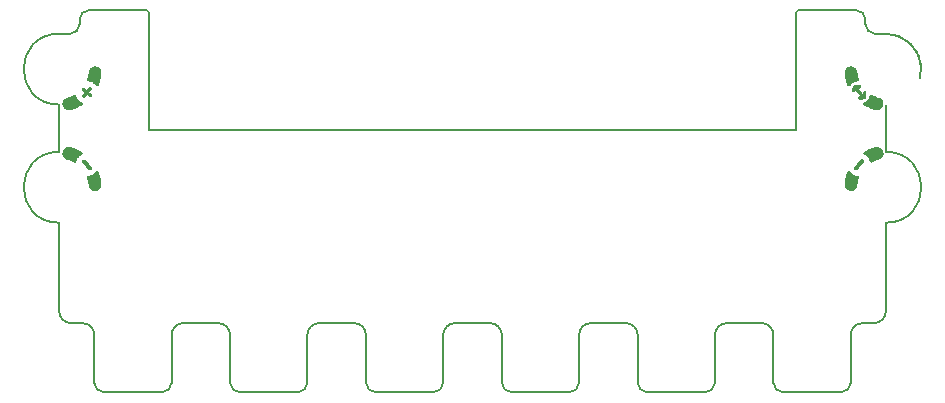
<source format=gto>
%TF.GenerationSoftware,KiCad,Pcbnew,9.0.5*%
%TF.CreationDate,2025-10-03T12:11:24+01:00*%
%TF.ProjectId,mm_jacdaptor,6d6d5f6a-6163-4646-9170-746f722e6b69,v0.4*%
%TF.SameCoordinates,PX8d24d00PY37ca3a0*%
%TF.FileFunction,Legend,Top*%
%TF.FilePolarity,Positive*%
%FSLAX45Y45*%
G04 Gerber Fmt 4.5, Leading zero omitted, Abs format (unit mm)*
G04 Created by KiCad (PCBNEW 9.0.5) date 2025-10-03 12:11:24*
%MOMM*%
%LPD*%
G01*
G04 APERTURE LIST*
%ADD10C,0.200000*%
%ADD11C,0.010000*%
G04 APERTURE END LIST*
D10*
X3500000Y-950000D02*
G75*
G02*
X3400000Y-1050000I-100000J0D01*
G01*
X-1398000Y-1150000D02*
X-1398000Y-1555000D01*
X-3500000Y-200000D02*
G75*
G02*
X-3500000Y400000I0J300000D01*
G01*
X2755000Y1600000D02*
X3247000Y1600000D01*
X-2628000Y-1635000D02*
X-3122000Y-1635000D01*
X-2735000Y1580000D02*
X-2735000Y585000D01*
X-1002000Y-1050000D02*
G75*
G02*
X-902000Y-1150000I0J-100000D01*
G01*
X-2735000Y585000D02*
X2735000Y585000D01*
X3577646Y1389778D02*
G75*
G02*
X3789778Y1022354I-77646J-289778D01*
G01*
X3500000Y400000D02*
G75*
G02*
X3500000Y-200000I0J-300000D01*
G01*
X3500000Y1400000D02*
X3407000Y1400000D01*
X3122000Y-1635000D02*
X2628000Y-1635000D01*
X3407000Y1400000D02*
G75*
G02*
X3327000Y1480000I0J80000D01*
G01*
X902000Y-1555000D02*
G75*
G02*
X822000Y-1635000I-80000J0D01*
G01*
X-3500000Y800000D02*
G75*
G02*
X-3500000Y1400000I0J300000D01*
G01*
X2628000Y-1635000D02*
G75*
G02*
X2548000Y-1555000I0J80000D01*
G01*
X-3302000Y-1050000D02*
G75*
G02*
X-3202000Y-1150000I0J-100000D01*
G01*
X-2548000Y-1555000D02*
G75*
G02*
X-2628000Y-1635000I-80000J0D01*
G01*
X2448000Y-1050000D02*
X2152000Y-1050000D01*
X822000Y-1635000D02*
X328000Y-1635000D01*
X2052000Y-1150000D02*
X2052000Y-1555000D01*
X-1398000Y-1150000D02*
G75*
G02*
X-1298000Y-1050000I100000J0D01*
G01*
X3327000Y1480000D02*
X3327000Y1520000D01*
X-248000Y-1150000D02*
X-248000Y-1555000D01*
X-2152000Y-1050000D02*
G75*
G02*
X-2052000Y-1150000I0J-100000D01*
G01*
X2052000Y-1150000D02*
G75*
G02*
X2152000Y-1050000I100000J0D01*
G01*
X148000Y-1050000D02*
X-148000Y-1050000D01*
X2052000Y-1555000D02*
G75*
G02*
X1972000Y-1635000I-80000J0D01*
G01*
X1398000Y-1150000D02*
X1398000Y-1555000D01*
X-3122000Y-1635000D02*
G75*
G02*
X-3202000Y-1555000I0J80000D01*
G01*
X-248000Y-1150000D02*
G75*
G02*
X-148000Y-1050000I100000J0D01*
G01*
X-3327000Y1520000D02*
G75*
G02*
X-3247000Y1600000I80000J0D01*
G01*
X-1972000Y-1635000D02*
G75*
G02*
X-2052000Y-1555000I0J80000D01*
G01*
X-822000Y-1635000D02*
G75*
G02*
X-902000Y-1555000I0J80000D01*
G01*
X1298000Y-1050000D02*
G75*
G02*
X1398000Y-1150000I0J-100000D01*
G01*
X-2052000Y-1150000D02*
X-2052000Y-1555000D01*
X3500000Y1400000D02*
G75*
G02*
X3800000Y1100000I0J-300000D01*
G01*
X-2548000Y-1150000D02*
G75*
G02*
X-2448000Y-1050000I100000J0D01*
G01*
X-2755000Y1600000D02*
G75*
G02*
X-2735000Y1580000I0J-20000D01*
G01*
X-2548000Y-1150000D02*
X-2548000Y-1555000D01*
X3247000Y1600000D02*
G75*
G02*
X3327000Y1520000I0J-80000D01*
G01*
X2448000Y-1050000D02*
G75*
G02*
X2548000Y-1150000I0J-100000D01*
G01*
X-3400000Y-1050000D02*
G75*
G02*
X-3500000Y-950000I0J100000D01*
G01*
X248000Y-1150000D02*
X248000Y-1555000D01*
X1298000Y-1050000D02*
X1002000Y-1050000D01*
X1972000Y-1635000D02*
X1478000Y-1635000D01*
X2735000Y1580000D02*
G75*
G02*
X2755000Y1600000I20000J0D01*
G01*
X3500000Y-200000D02*
X3500000Y-950000D01*
X3202000Y-1555000D02*
G75*
G02*
X3122000Y-1635000I-80000J0D01*
G01*
X-3247000Y1600000D02*
X-2755000Y1600000D01*
X-248000Y-1555000D02*
G75*
G02*
X-328000Y-1635000I-80000J0D01*
G01*
X-328000Y-1635000D02*
X-822000Y-1635000D01*
X-1002000Y-1050000D02*
X-1298000Y-1050000D01*
X148000Y-1050000D02*
G75*
G02*
X248000Y-1150000I0J-100000D01*
G01*
X-3500000Y-200000D02*
X-3500000Y-950000D01*
X3202000Y-1150000D02*
G75*
G02*
X3302000Y-1050000I100000J0D01*
G01*
X-1478000Y-1635000D02*
X-1972000Y-1635000D01*
X902000Y-1150000D02*
X902000Y-1555000D01*
X-3500000Y1400000D02*
X-3407000Y1400000D01*
X2548000Y-1150000D02*
X2548000Y-1555000D01*
X-2152000Y-1050000D02*
X-2448000Y-1050000D01*
X902000Y-1150000D02*
G75*
G02*
X1002000Y-1050000I100000J0D01*
G01*
X3202000Y-1150000D02*
X3202000Y-1555000D01*
X-902000Y-1150000D02*
X-902000Y-1555000D01*
X-3202000Y-1150000D02*
X-3202000Y-1555000D01*
X1478000Y-1635000D02*
G75*
G02*
X1398000Y-1555000I0J80000D01*
G01*
X3302000Y-1050000D02*
X3400000Y-1050000D01*
X3500000Y800000D02*
X3500000Y400000D01*
X-3302000Y-1050000D02*
X-3400000Y-1050000D01*
X-3327000Y1480000D02*
X-3327000Y1520000D01*
X2735000Y1580000D02*
X2735000Y585000D01*
X-1398000Y-1555000D02*
G75*
G02*
X-1478000Y-1635000I-80000J0D01*
G01*
X328000Y-1635000D02*
G75*
G02*
X248000Y-1555000I0J80000D01*
G01*
X-3327000Y1480000D02*
G75*
G02*
X-3407000Y1400000I-80000J0D01*
G01*
X-3500000Y800000D02*
X-3500000Y400000D01*
D11*
%TO.C,MH3*%
X-3370674Y882030D02*
X-3369044Y881439D01*
X-3367634Y880564D01*
X-3366633Y879753D01*
X-3365785Y878852D01*
X-3365011Y877730D01*
X-3364231Y876253D01*
X-3363368Y874289D01*
X-3362342Y871707D01*
X-3362309Y871621D01*
X-3360053Y866117D01*
X-3357704Y861130D01*
X-3355128Y856382D01*
X-3353227Y853230D01*
X-3348314Y846117D01*
X-3342757Y839418D01*
X-3336624Y833200D01*
X-3329984Y827528D01*
X-3322906Y822471D01*
X-3318946Y820031D01*
X-3315886Y818097D01*
X-3313542Y816261D01*
X-3311854Y814455D01*
X-3310761Y812611D01*
X-3310203Y810663D01*
X-3310140Y810150D01*
X-3310167Y808286D01*
X-3310652Y806563D01*
X-3311655Y804907D01*
X-3313236Y803240D01*
X-3315453Y801487D01*
X-3318368Y799571D01*
X-3318397Y799552D01*
X-3330010Y792775D01*
X-3342260Y786340D01*
X-3355053Y780290D01*
X-3368291Y774667D01*
X-3381878Y769514D01*
X-3395717Y764873D01*
X-3401451Y763126D01*
X-3407281Y761531D01*
X-3412515Y760379D01*
X-3417204Y759662D01*
X-3421405Y759371D01*
X-3424785Y759464D01*
X-3431230Y760354D01*
X-3437372Y761963D01*
X-3443173Y764268D01*
X-3448596Y767249D01*
X-3453604Y770886D01*
X-3458161Y775157D01*
X-3462228Y780041D01*
X-3462794Y780826D01*
X-3465873Y785848D01*
X-3468327Y791278D01*
X-3470135Y797011D01*
X-3471278Y802940D01*
X-3471736Y808960D01*
X-3471489Y814966D01*
X-3470518Y820853D01*
X-3470425Y821244D01*
X-3468631Y827028D01*
X-3466124Y832563D01*
X-3462964Y837774D01*
X-3459213Y842586D01*
X-3454931Y846927D01*
X-3450178Y850721D01*
X-3445016Y853894D01*
X-3442899Y854950D01*
X-3441515Y855528D01*
X-3439549Y856255D01*
X-3437182Y857069D01*
X-3434598Y857907D01*
X-3431978Y858707D01*
X-3431935Y858719D01*
X-3422189Y861743D01*
X-3413053Y864910D01*
X-3404349Y868293D01*
X-3395898Y871964D01*
X-3387519Y875994D01*
X-3382938Y878358D01*
X-3379619Y880021D01*
X-3376829Y881206D01*
X-3374471Y881927D01*
X-3372451Y882197D01*
X-3370674Y882030D01*
G36*
X-3370674Y882030D02*
G01*
X-3369044Y881439D01*
X-3367634Y880564D01*
X-3366633Y879753D01*
X-3365785Y878852D01*
X-3365011Y877730D01*
X-3364231Y876253D01*
X-3363368Y874289D01*
X-3362342Y871707D01*
X-3362309Y871621D01*
X-3360053Y866117D01*
X-3357704Y861130D01*
X-3355128Y856382D01*
X-3353227Y853230D01*
X-3348314Y846117D01*
X-3342757Y839418D01*
X-3336624Y833200D01*
X-3329984Y827528D01*
X-3322906Y822471D01*
X-3318946Y820031D01*
X-3315886Y818097D01*
X-3313542Y816261D01*
X-3311854Y814455D01*
X-3310761Y812611D01*
X-3310203Y810663D01*
X-3310140Y810150D01*
X-3310167Y808286D01*
X-3310652Y806563D01*
X-3311655Y804907D01*
X-3313236Y803240D01*
X-3315453Y801487D01*
X-3318368Y799571D01*
X-3318397Y799552D01*
X-3330010Y792775D01*
X-3342260Y786340D01*
X-3355053Y780290D01*
X-3368291Y774667D01*
X-3381878Y769514D01*
X-3395717Y764873D01*
X-3401451Y763126D01*
X-3407281Y761531D01*
X-3412515Y760379D01*
X-3417204Y759662D01*
X-3421405Y759371D01*
X-3424785Y759464D01*
X-3431230Y760354D01*
X-3437372Y761963D01*
X-3443173Y764268D01*
X-3448596Y767249D01*
X-3453604Y770886D01*
X-3458161Y775157D01*
X-3462228Y780041D01*
X-3462794Y780826D01*
X-3465873Y785848D01*
X-3468327Y791278D01*
X-3470135Y797011D01*
X-3471278Y802940D01*
X-3471736Y808960D01*
X-3471489Y814966D01*
X-3470518Y820853D01*
X-3470425Y821244D01*
X-3468631Y827028D01*
X-3466124Y832563D01*
X-3462964Y837774D01*
X-3459213Y842586D01*
X-3454931Y846927D01*
X-3450178Y850721D01*
X-3445016Y853894D01*
X-3442899Y854950D01*
X-3441515Y855528D01*
X-3439549Y856255D01*
X-3437182Y857069D01*
X-3434598Y857907D01*
X-3431978Y858707D01*
X-3431935Y858719D01*
X-3422189Y861743D01*
X-3413053Y864910D01*
X-3404349Y868293D01*
X-3395898Y871964D01*
X-3387519Y875994D01*
X-3382938Y878358D01*
X-3379619Y880021D01*
X-3376829Y881206D01*
X-3374471Y881927D01*
X-3372451Y882197D01*
X-3370674Y882030D01*
G37*
X-3195993Y1123119D02*
X-3190104Y1122264D01*
X-3184416Y1120726D01*
X-3178978Y1118537D01*
X-3173843Y1115722D01*
X-3169062Y1112311D01*
X-3164685Y1108331D01*
X-3160764Y1103811D01*
X-3157350Y1098779D01*
X-3154494Y1093263D01*
X-3152248Y1087291D01*
X-3152196Y1087124D01*
X-3151725Y1085391D01*
X-3151346Y1083492D01*
X-3151029Y1081241D01*
X-3150744Y1078451D01*
X-3150646Y1077300D01*
X-3150494Y1075137D01*
X-3150412Y1073039D01*
X-3150405Y1070908D01*
X-3150482Y1068640D01*
X-3150650Y1066134D01*
X-3150916Y1063289D01*
X-3151287Y1060003D01*
X-3151771Y1056176D01*
X-3152376Y1051705D01*
X-3152636Y1049836D01*
X-3154488Y1038289D01*
X-3156842Y1026421D01*
X-3159648Y1014422D01*
X-3162856Y1002483D01*
X-3166415Y990795D01*
X-3170275Y979548D01*
X-3173083Y972158D01*
X-3174286Y969290D01*
X-3175377Y967083D01*
X-3176428Y965428D01*
X-3177511Y964214D01*
X-3178696Y963330D01*
X-3178873Y963227D01*
X-3180618Y962475D01*
X-3182294Y962333D01*
X-3183747Y962603D01*
X-3185806Y963513D01*
X-3187982Y965161D01*
X-3190230Y967512D01*
X-3190601Y967960D01*
X-3196626Y974784D01*
X-3203112Y980989D01*
X-3210027Y986554D01*
X-3217341Y991457D01*
X-3225022Y995676D01*
X-3233038Y999190D01*
X-3238894Y1001239D01*
X-3242109Y1002197D01*
X-3245334Y1003041D01*
X-3248777Y1003819D01*
X-3252645Y1004578D01*
X-3256004Y1005173D01*
X-3257868Y1005543D01*
X-3259215Y1005969D01*
X-3260320Y1006559D01*
X-3261224Y1007228D01*
X-3262699Y1008661D01*
X-3263646Y1010223D01*
X-3264081Y1012023D01*
X-3264017Y1014171D01*
X-3263468Y1016773D01*
X-3262748Y1019088D01*
X-3258873Y1031525D01*
X-3255644Y1044284D01*
X-3253050Y1057424D01*
X-3251076Y1071005D01*
X-3250717Y1074117D01*
X-3250312Y1077634D01*
X-3249931Y1080516D01*
X-3249542Y1082921D01*
X-3249114Y1085006D01*
X-3248617Y1086927D01*
X-3248018Y1088843D01*
X-3247519Y1090276D01*
X-3245118Y1095804D01*
X-3242044Y1100998D01*
X-3238366Y1105795D01*
X-3234151Y1110132D01*
X-3229466Y1113945D01*
X-3224380Y1117171D01*
X-3218959Y1119747D01*
X-3214346Y1121319D01*
X-3208165Y1122676D01*
X-3202030Y1123266D01*
X-3195993Y1123119D01*
G36*
X-3195993Y1123119D02*
G01*
X-3190104Y1122264D01*
X-3184416Y1120726D01*
X-3178978Y1118537D01*
X-3173843Y1115722D01*
X-3169062Y1112311D01*
X-3164685Y1108331D01*
X-3160764Y1103811D01*
X-3157350Y1098779D01*
X-3154494Y1093263D01*
X-3152248Y1087291D01*
X-3152196Y1087124D01*
X-3151725Y1085391D01*
X-3151346Y1083492D01*
X-3151029Y1081241D01*
X-3150744Y1078451D01*
X-3150646Y1077300D01*
X-3150494Y1075137D01*
X-3150412Y1073039D01*
X-3150405Y1070908D01*
X-3150482Y1068640D01*
X-3150650Y1066134D01*
X-3150916Y1063289D01*
X-3151287Y1060003D01*
X-3151771Y1056176D01*
X-3152376Y1051705D01*
X-3152636Y1049836D01*
X-3154488Y1038289D01*
X-3156842Y1026421D01*
X-3159648Y1014422D01*
X-3162856Y1002483D01*
X-3166415Y990795D01*
X-3170275Y979548D01*
X-3173083Y972158D01*
X-3174286Y969290D01*
X-3175377Y967083D01*
X-3176428Y965428D01*
X-3177511Y964214D01*
X-3178696Y963330D01*
X-3178873Y963227D01*
X-3180618Y962475D01*
X-3182294Y962333D01*
X-3183747Y962603D01*
X-3185806Y963513D01*
X-3187982Y965161D01*
X-3190230Y967512D01*
X-3190601Y967960D01*
X-3196626Y974784D01*
X-3203112Y980989D01*
X-3210027Y986554D01*
X-3217341Y991457D01*
X-3225022Y995676D01*
X-3233038Y999190D01*
X-3238894Y1001239D01*
X-3242109Y1002197D01*
X-3245334Y1003041D01*
X-3248777Y1003819D01*
X-3252645Y1004578D01*
X-3256004Y1005173D01*
X-3257868Y1005543D01*
X-3259215Y1005969D01*
X-3260320Y1006559D01*
X-3261224Y1007228D01*
X-3262699Y1008661D01*
X-3263646Y1010223D01*
X-3264081Y1012023D01*
X-3264017Y1014171D01*
X-3263468Y1016773D01*
X-3262748Y1019088D01*
X-3258873Y1031525D01*
X-3255644Y1044284D01*
X-3253050Y1057424D01*
X-3251076Y1071005D01*
X-3250717Y1074117D01*
X-3250312Y1077634D01*
X-3249931Y1080516D01*
X-3249542Y1082921D01*
X-3249114Y1085006D01*
X-3248617Y1086927D01*
X-3248018Y1088843D01*
X-3247519Y1090276D01*
X-3245118Y1095804D01*
X-3242044Y1100998D01*
X-3238366Y1105795D01*
X-3234151Y1110132D01*
X-3229466Y1113945D01*
X-3224380Y1117171D01*
X-3218959Y1119747D01*
X-3214346Y1121319D01*
X-3208165Y1122676D01*
X-3202030Y1123266D01*
X-3195993Y1123119D01*
G37*
X-3241458Y945199D02*
X-3239059Y944300D01*
X-3237766Y943464D01*
X-3236017Y941590D01*
X-3234804Y939258D01*
X-3234183Y936638D01*
X-3234207Y933904D01*
X-3234394Y932882D01*
X-3234561Y932276D01*
X-3234805Y931654D01*
X-3235177Y930946D01*
X-3235725Y930086D01*
X-3236501Y929005D01*
X-3237554Y927636D01*
X-3238935Y925911D01*
X-3240693Y923762D01*
X-3242879Y921121D01*
X-3244659Y918981D01*
X-3254411Y907272D01*
X-3243006Y897613D01*
X-3239959Y895012D01*
X-3237256Y892663D01*
X-3234948Y890611D01*
X-3233083Y888903D01*
X-3231712Y887582D01*
X-3230884Y886695D01*
X-3230697Y886439D01*
X-3229977Y884680D01*
X-3229560Y882507D01*
X-3229470Y880236D01*
X-3229730Y878179D01*
X-3230012Y877298D01*
X-3231204Y875264D01*
X-3232888Y873432D01*
X-3234714Y872143D01*
X-3236260Y871600D01*
X-3238237Y871263D01*
X-3240305Y871163D01*
X-3242121Y871329D01*
X-3242672Y871467D01*
X-3243463Y871891D01*
X-3244832Y872840D01*
X-3246767Y874305D01*
X-3249258Y876278D01*
X-3252293Y878751D01*
X-3255863Y881715D01*
X-3255905Y881750D01*
X-3267615Y891549D01*
X-3277283Y880080D01*
X-3280127Y876725D01*
X-3282514Y873956D01*
X-3284478Y871735D01*
X-3286051Y870025D01*
X-3287270Y868789D01*
X-3288167Y867989D01*
X-3288648Y867654D01*
X-3291009Y866737D01*
X-3293648Y866397D01*
X-3296278Y866650D01*
X-3297673Y867070D01*
X-3300122Y868427D01*
X-3302017Y870332D01*
X-3303216Y872498D01*
X-3303807Y874222D01*
X-3304041Y875709D01*
X-3303947Y877324D01*
X-3303711Y878684D01*
X-3303575Y879273D01*
X-3303377Y879855D01*
X-3303069Y880500D01*
X-3302602Y881273D01*
X-3301925Y882241D01*
X-3300991Y883473D01*
X-3299748Y885033D01*
X-3298148Y886991D01*
X-3296143Y889411D01*
X-3293681Y892362D01*
X-3293304Y892814D01*
X-3283336Y904741D01*
X-3295224Y914756D01*
X-3298239Y917301D01*
X-3300706Y919394D01*
X-3302684Y921094D01*
X-3304233Y922457D01*
X-3305413Y923541D01*
X-3306285Y924403D01*
X-3306909Y925101D01*
X-3307345Y925693D01*
X-3307654Y926235D01*
X-3307895Y926785D01*
X-3307926Y926864D01*
X-3308554Y928695D01*
X-3308812Y930207D01*
X-3308737Y931767D01*
X-3308513Y933043D01*
X-3307608Y935597D01*
X-3306079Y937726D01*
X-3304014Y939356D01*
X-3301501Y940410D01*
X-3299439Y940772D01*
X-3298326Y940846D01*
X-3297325Y940838D01*
X-3296365Y940705D01*
X-3295372Y940403D01*
X-3294276Y939889D01*
X-3293003Y939120D01*
X-3291482Y938052D01*
X-3289640Y936642D01*
X-3287406Y934846D01*
X-3284707Y932621D01*
X-3281657Y930079D01*
X-3270145Y920463D01*
X-3260313Y932130D01*
X-3257333Y935643D01*
X-3254823Y938549D01*
X-3252769Y940865D01*
X-3251151Y942611D01*
X-3249955Y943805D01*
X-3249163Y944465D01*
X-3249005Y944560D01*
X-3246673Y945353D01*
X-3244077Y945558D01*
X-3241458Y945199D01*
G36*
X-3241458Y945199D02*
G01*
X-3239059Y944300D01*
X-3237766Y943464D01*
X-3236017Y941590D01*
X-3234804Y939258D01*
X-3234183Y936638D01*
X-3234207Y933904D01*
X-3234394Y932882D01*
X-3234561Y932276D01*
X-3234805Y931654D01*
X-3235177Y930946D01*
X-3235725Y930086D01*
X-3236501Y929005D01*
X-3237554Y927636D01*
X-3238935Y925911D01*
X-3240693Y923762D01*
X-3242879Y921121D01*
X-3244659Y918981D01*
X-3254411Y907272D01*
X-3243006Y897613D01*
X-3239959Y895012D01*
X-3237256Y892663D01*
X-3234948Y890611D01*
X-3233083Y888903D01*
X-3231712Y887582D01*
X-3230884Y886695D01*
X-3230697Y886439D01*
X-3229977Y884680D01*
X-3229560Y882507D01*
X-3229470Y880236D01*
X-3229730Y878179D01*
X-3230012Y877298D01*
X-3231204Y875264D01*
X-3232888Y873432D01*
X-3234714Y872143D01*
X-3236260Y871600D01*
X-3238237Y871263D01*
X-3240305Y871163D01*
X-3242121Y871329D01*
X-3242672Y871467D01*
X-3243463Y871891D01*
X-3244832Y872840D01*
X-3246767Y874305D01*
X-3249258Y876278D01*
X-3252293Y878751D01*
X-3255863Y881715D01*
X-3255905Y881750D01*
X-3267615Y891549D01*
X-3277283Y880080D01*
X-3280127Y876725D01*
X-3282514Y873956D01*
X-3284478Y871735D01*
X-3286051Y870025D01*
X-3287270Y868789D01*
X-3288167Y867989D01*
X-3288648Y867654D01*
X-3291009Y866737D01*
X-3293648Y866397D01*
X-3296278Y866650D01*
X-3297673Y867070D01*
X-3300122Y868427D01*
X-3302017Y870332D01*
X-3303216Y872498D01*
X-3303807Y874222D01*
X-3304041Y875709D01*
X-3303947Y877324D01*
X-3303711Y878684D01*
X-3303575Y879273D01*
X-3303377Y879855D01*
X-3303069Y880500D01*
X-3302602Y881273D01*
X-3301925Y882241D01*
X-3300991Y883473D01*
X-3299748Y885033D01*
X-3298148Y886991D01*
X-3296143Y889411D01*
X-3293681Y892362D01*
X-3293304Y892814D01*
X-3283336Y904741D01*
X-3295224Y914756D01*
X-3298239Y917301D01*
X-3300706Y919394D01*
X-3302684Y921094D01*
X-3304233Y922457D01*
X-3305413Y923541D01*
X-3306285Y924403D01*
X-3306909Y925101D01*
X-3307345Y925693D01*
X-3307654Y926235D01*
X-3307895Y926785D01*
X-3307926Y926864D01*
X-3308554Y928695D01*
X-3308812Y930207D01*
X-3308737Y931767D01*
X-3308513Y933043D01*
X-3307608Y935597D01*
X-3306079Y937726D01*
X-3304014Y939356D01*
X-3301501Y940410D01*
X-3299439Y940772D01*
X-3298326Y940846D01*
X-3297325Y940838D01*
X-3296365Y940705D01*
X-3295372Y940403D01*
X-3294276Y939889D01*
X-3293003Y939120D01*
X-3291482Y938052D01*
X-3289640Y936642D01*
X-3287406Y934846D01*
X-3284707Y932621D01*
X-3281657Y930079D01*
X-3270145Y920463D01*
X-3260313Y932130D01*
X-3257333Y935643D01*
X-3254823Y938549D01*
X-3252769Y940865D01*
X-3251151Y942611D01*
X-3249955Y943805D01*
X-3249163Y944465D01*
X-3249005Y944560D01*
X-3246673Y945353D01*
X-3244077Y945558D01*
X-3241458Y945199D01*
G37*
%TO.C,MH4*%
X3424565Y440787D02*
X3431011Y439896D01*
X3437152Y438287D01*
X3442953Y435982D01*
X3448376Y433001D01*
X3453384Y429364D01*
X3457941Y425094D01*
X3462009Y420209D01*
X3462574Y419424D01*
X3465653Y414402D01*
X3468107Y408972D01*
X3469915Y403240D01*
X3471059Y397310D01*
X3471517Y391290D01*
X3471270Y385284D01*
X3470298Y379397D01*
X3470205Y379006D01*
X3468411Y373222D01*
X3465904Y367687D01*
X3462745Y362477D01*
X3458994Y357664D01*
X3454711Y353324D01*
X3449959Y349530D01*
X3444796Y346356D01*
X3442679Y345300D01*
X3441295Y344723D01*
X3439329Y343995D01*
X3436962Y343181D01*
X3434378Y342343D01*
X3431758Y341544D01*
X3431715Y341531D01*
X3421969Y338507D01*
X3412833Y335340D01*
X3404130Y331957D01*
X3395678Y328286D01*
X3387299Y324256D01*
X3382718Y321893D01*
X3379399Y320229D01*
X3376609Y319044D01*
X3374251Y318323D01*
X3372231Y318053D01*
X3370454Y318220D01*
X3368824Y318811D01*
X3367414Y319687D01*
X3366413Y320498D01*
X3365565Y321398D01*
X3364791Y322520D01*
X3364012Y323997D01*
X3363148Y325961D01*
X3362123Y328544D01*
X3362089Y328630D01*
X3359833Y334133D01*
X3357485Y339120D01*
X3354908Y343868D01*
X3353007Y347021D01*
X3348095Y354133D01*
X3342537Y360832D01*
X3336404Y367051D01*
X3329764Y372722D01*
X3322687Y377779D01*
X3318727Y380219D01*
X3315667Y382153D01*
X3313323Y383989D01*
X3311634Y385795D01*
X3310542Y387639D01*
X3309984Y389587D01*
X3309921Y390100D01*
X3309947Y391965D01*
X3310432Y393687D01*
X3311435Y395343D01*
X3313016Y397010D01*
X3315234Y398763D01*
X3318148Y400680D01*
X3318178Y400698D01*
X3329790Y407476D01*
X3342041Y413910D01*
X3354833Y419960D01*
X3368071Y425583D01*
X3381658Y430736D01*
X3395498Y435377D01*
X3401231Y437124D01*
X3407062Y438719D01*
X3412295Y439871D01*
X3416984Y440588D01*
X3421185Y440879D01*
X3424565Y440787D01*
G36*
X3424565Y440787D02*
G01*
X3431011Y439896D01*
X3437152Y438287D01*
X3442953Y435982D01*
X3448376Y433001D01*
X3453384Y429364D01*
X3457941Y425094D01*
X3462009Y420209D01*
X3462574Y419424D01*
X3465653Y414402D01*
X3468107Y408972D01*
X3469915Y403240D01*
X3471059Y397310D01*
X3471517Y391290D01*
X3471270Y385284D01*
X3470298Y379397D01*
X3470205Y379006D01*
X3468411Y373222D01*
X3465904Y367687D01*
X3462745Y362477D01*
X3458994Y357664D01*
X3454711Y353324D01*
X3449959Y349530D01*
X3444796Y346356D01*
X3442679Y345300D01*
X3441295Y344723D01*
X3439329Y343995D01*
X3436962Y343181D01*
X3434378Y342343D01*
X3431758Y341544D01*
X3431715Y341531D01*
X3421969Y338507D01*
X3412833Y335340D01*
X3404130Y331957D01*
X3395678Y328286D01*
X3387299Y324256D01*
X3382718Y321893D01*
X3379399Y320229D01*
X3376609Y319044D01*
X3374251Y318323D01*
X3372231Y318053D01*
X3370454Y318220D01*
X3368824Y318811D01*
X3367414Y319687D01*
X3366413Y320498D01*
X3365565Y321398D01*
X3364791Y322520D01*
X3364012Y323997D01*
X3363148Y325961D01*
X3362123Y328544D01*
X3362089Y328630D01*
X3359833Y334133D01*
X3357485Y339120D01*
X3354908Y343868D01*
X3353007Y347021D01*
X3348095Y354133D01*
X3342537Y360832D01*
X3336404Y367051D01*
X3329764Y372722D01*
X3322687Y377779D01*
X3318727Y380219D01*
X3315667Y382153D01*
X3313323Y383989D01*
X3311634Y385795D01*
X3310542Y387639D01*
X3309984Y389587D01*
X3309921Y390100D01*
X3309947Y391965D01*
X3310432Y393687D01*
X3311435Y395343D01*
X3313016Y397010D01*
X3315234Y398763D01*
X3318148Y400680D01*
X3318178Y400698D01*
X3329790Y407476D01*
X3342041Y413910D01*
X3354833Y419960D01*
X3368071Y425583D01*
X3381658Y430736D01*
X3395498Y435377D01*
X3401231Y437124D01*
X3407062Y438719D01*
X3412295Y439871D01*
X3416984Y440588D01*
X3421185Y440879D01*
X3424565Y440787D01*
G37*
X3183528Y237647D02*
X3185586Y236738D01*
X3187763Y235089D01*
X3190011Y232738D01*
X3190381Y232290D01*
X3196406Y225466D01*
X3202892Y219261D01*
X3209808Y213696D01*
X3217121Y208793D01*
X3224802Y204574D01*
X3232818Y201059D01*
X3238674Y199012D01*
X3241889Y198054D01*
X3245114Y197209D01*
X3248557Y196432D01*
X3252426Y195672D01*
X3255784Y195077D01*
X3257648Y194707D01*
X3258995Y194281D01*
X3260101Y193691D01*
X3261004Y193022D01*
X3262479Y191589D01*
X3263426Y190027D01*
X3263861Y188227D01*
X3263797Y186080D01*
X3263249Y183477D01*
X3262528Y181162D01*
X3258653Y168725D01*
X3255424Y155967D01*
X3252830Y142826D01*
X3250856Y129245D01*
X3250497Y126134D01*
X3250092Y122617D01*
X3249711Y119734D01*
X3249322Y117329D01*
X3248894Y115245D01*
X3248397Y113323D01*
X3247799Y111408D01*
X3247299Y109975D01*
X3244898Y104446D01*
X3241824Y99252D01*
X3238146Y94455D01*
X3233931Y90118D01*
X3229246Y86305D01*
X3224160Y83079D01*
X3218739Y80504D01*
X3214127Y78931D01*
X3207945Y77575D01*
X3201811Y76984D01*
X3195773Y77131D01*
X3189885Y77987D01*
X3184196Y79524D01*
X3178759Y81714D01*
X3173624Y84529D01*
X3168842Y87940D01*
X3164465Y91919D01*
X3160544Y96439D01*
X3157130Y101471D01*
X3154274Y106987D01*
X3152028Y112959D01*
X3151976Y113126D01*
X3151505Y114860D01*
X3151126Y116758D01*
X3150809Y119009D01*
X3150524Y121800D01*
X3150426Y122950D01*
X3150275Y125114D01*
X3150192Y127211D01*
X3150185Y129343D01*
X3150262Y131611D01*
X3150430Y134117D01*
X3150696Y136962D01*
X3151067Y140247D01*
X3151552Y144075D01*
X3152156Y148546D01*
X3152416Y150414D01*
X3154268Y161961D01*
X3156622Y173829D01*
X3159428Y185828D01*
X3162636Y197767D01*
X3166195Y209455D01*
X3170055Y220702D01*
X3172863Y228092D01*
X3174066Y230960D01*
X3175157Y233167D01*
X3176208Y234822D01*
X3177291Y236036D01*
X3178476Y236920D01*
X3178654Y237023D01*
X3180398Y237775D01*
X3182075Y237917D01*
X3183528Y237647D01*
G36*
X3183528Y237647D02*
G01*
X3185586Y236738D01*
X3187763Y235089D01*
X3190011Y232738D01*
X3190381Y232290D01*
X3196406Y225466D01*
X3202892Y219261D01*
X3209808Y213696D01*
X3217121Y208793D01*
X3224802Y204574D01*
X3232818Y201059D01*
X3238674Y199012D01*
X3241889Y198054D01*
X3245114Y197209D01*
X3248557Y196432D01*
X3252426Y195672D01*
X3255784Y195077D01*
X3257648Y194707D01*
X3258995Y194281D01*
X3260101Y193691D01*
X3261004Y193022D01*
X3262479Y191589D01*
X3263426Y190027D01*
X3263861Y188227D01*
X3263797Y186080D01*
X3263249Y183477D01*
X3262528Y181162D01*
X3258653Y168725D01*
X3255424Y155967D01*
X3252830Y142826D01*
X3250856Y129245D01*
X3250497Y126134D01*
X3250092Y122617D01*
X3249711Y119734D01*
X3249322Y117329D01*
X3248894Y115245D01*
X3248397Y113323D01*
X3247799Y111408D01*
X3247299Y109975D01*
X3244898Y104446D01*
X3241824Y99252D01*
X3238146Y94455D01*
X3233931Y90118D01*
X3229246Y86305D01*
X3224160Y83079D01*
X3218739Y80504D01*
X3214127Y78931D01*
X3207945Y77575D01*
X3201811Y76984D01*
X3195773Y77131D01*
X3189885Y77987D01*
X3184196Y79524D01*
X3178759Y81714D01*
X3173624Y84529D01*
X3168842Y87940D01*
X3164465Y91919D01*
X3160544Y96439D01*
X3157130Y101471D01*
X3154274Y106987D01*
X3152028Y112959D01*
X3151976Y113126D01*
X3151505Y114860D01*
X3151126Y116758D01*
X3150809Y119009D01*
X3150524Y121800D01*
X3150426Y122950D01*
X3150275Y125114D01*
X3150192Y127211D01*
X3150185Y129343D01*
X3150262Y131611D01*
X3150430Y134117D01*
X3150696Y136962D01*
X3151067Y140247D01*
X3151552Y144075D01*
X3152156Y148546D01*
X3152416Y150414D01*
X3154268Y161961D01*
X3156622Y173829D01*
X3159428Y185828D01*
X3162636Y197767D01*
X3166195Y209455D01*
X3170055Y220702D01*
X3172863Y228092D01*
X3174066Y230960D01*
X3175157Y233167D01*
X3176208Y234822D01*
X3177291Y236036D01*
X3178476Y236920D01*
X3178654Y237023D01*
X3180398Y237775D01*
X3182075Y237917D01*
X3183528Y237647D01*
G37*
X3295690Y336326D02*
X3298788Y335368D01*
X3301432Y333802D01*
X3303560Y331702D01*
X3305107Y329141D01*
X3306012Y326192D01*
X3306227Y324053D01*
X3306245Y323300D01*
X3306246Y322611D01*
X3306199Y321946D01*
X3306078Y321268D01*
X3305854Y320539D01*
X3305499Y319720D01*
X3304986Y318772D01*
X3304286Y317658D01*
X3303371Y316339D01*
X3302214Y314777D01*
X3300785Y312933D01*
X3299058Y310770D01*
X3297004Y308248D01*
X3294595Y305330D01*
X3291803Y301978D01*
X3288601Y298152D01*
X3284959Y293815D01*
X3280851Y288929D01*
X3278459Y286084D01*
X3274225Y281051D01*
X3270471Y276590D01*
X3267162Y272666D01*
X3264269Y269243D01*
X3261760Y266285D01*
X3259604Y263757D01*
X3257768Y261623D01*
X3256221Y259846D01*
X3254932Y258393D01*
X3253869Y257226D01*
X3253001Y256310D01*
X3252295Y255609D01*
X3251722Y255088D01*
X3251248Y254710D01*
X3250842Y254441D01*
X3250474Y254244D01*
X3250264Y254148D01*
X3247181Y253204D01*
X3244096Y252995D01*
X3241120Y253490D01*
X3238361Y254661D01*
X3235928Y256475D01*
X3234114Y258626D01*
X3233463Y259655D01*
X3233035Y260572D01*
X3232759Y261623D01*
X3232562Y263054D01*
X3232437Y264383D01*
X3232301Y266333D01*
X3232308Y267757D01*
X3232478Y268914D01*
X3232831Y270064D01*
X3232881Y270199D01*
X3233108Y270663D01*
X3233527Y271335D01*
X3234165Y272248D01*
X3235048Y273433D01*
X3236203Y274924D01*
X3237654Y276752D01*
X3239430Y278951D01*
X3241557Y281554D01*
X3244060Y284591D01*
X3246966Y288097D01*
X3250301Y292103D01*
X3254092Y296643D01*
X3258365Y301749D01*
X3259305Y302871D01*
X3263556Y307942D01*
X3267331Y312439D01*
X3270660Y316396D01*
X3273575Y319849D01*
X3276106Y322834D01*
X3278284Y325385D01*
X3280140Y327539D01*
X3281705Y329330D01*
X3283010Y330795D01*
X3284086Y331968D01*
X3284964Y332885D01*
X3285675Y333581D01*
X3286249Y334093D01*
X3286718Y334454D01*
X3287075Y334681D01*
X3289547Y335753D01*
X3292214Y336361D01*
X3294778Y336447D01*
X3295690Y336326D01*
G36*
X3295690Y336326D02*
G01*
X3298788Y335368D01*
X3301432Y333802D01*
X3303560Y331702D01*
X3305107Y329141D01*
X3306012Y326192D01*
X3306227Y324053D01*
X3306245Y323300D01*
X3306246Y322611D01*
X3306199Y321946D01*
X3306078Y321268D01*
X3305854Y320539D01*
X3305499Y319720D01*
X3304986Y318772D01*
X3304286Y317658D01*
X3303371Y316339D01*
X3302214Y314777D01*
X3300785Y312933D01*
X3299058Y310770D01*
X3297004Y308248D01*
X3294595Y305330D01*
X3291803Y301978D01*
X3288601Y298152D01*
X3284959Y293815D01*
X3280851Y288929D01*
X3278459Y286084D01*
X3274225Y281051D01*
X3270471Y276590D01*
X3267162Y272666D01*
X3264269Y269243D01*
X3261760Y266285D01*
X3259604Y263757D01*
X3257768Y261623D01*
X3256221Y259846D01*
X3254932Y258393D01*
X3253869Y257226D01*
X3253001Y256310D01*
X3252295Y255609D01*
X3251722Y255088D01*
X3251248Y254710D01*
X3250842Y254441D01*
X3250474Y254244D01*
X3250264Y254148D01*
X3247181Y253204D01*
X3244096Y252995D01*
X3241120Y253490D01*
X3238361Y254661D01*
X3235928Y256475D01*
X3234114Y258626D01*
X3233463Y259655D01*
X3233035Y260572D01*
X3232759Y261623D01*
X3232562Y263054D01*
X3232437Y264383D01*
X3232301Y266333D01*
X3232308Y267757D01*
X3232478Y268914D01*
X3232831Y270064D01*
X3232881Y270199D01*
X3233108Y270663D01*
X3233527Y271335D01*
X3234165Y272248D01*
X3235048Y273433D01*
X3236203Y274924D01*
X3237654Y276752D01*
X3239430Y278951D01*
X3241557Y281554D01*
X3244060Y284591D01*
X3246966Y288097D01*
X3250301Y292103D01*
X3254092Y296643D01*
X3258365Y301749D01*
X3259305Y302871D01*
X3263556Y307942D01*
X3267331Y312439D01*
X3270660Y316396D01*
X3273575Y319849D01*
X3276106Y322834D01*
X3278284Y325385D01*
X3280140Y327539D01*
X3281705Y329330D01*
X3283010Y330795D01*
X3284086Y331968D01*
X3284964Y332885D01*
X3285675Y333581D01*
X3286249Y334093D01*
X3286718Y334454D01*
X3287075Y334681D01*
X3289547Y335753D01*
X3292214Y336361D01*
X3294778Y336447D01*
X3295690Y336326D01*
G37*
%TO.C,MH2*%
X-3181596Y236292D02*
X-3179765Y235942D01*
X-3178153Y235165D01*
X-3176696Y233890D01*
X-3175329Y232044D01*
X-3173988Y229555D01*
X-3172606Y226352D01*
X-3172594Y226320D01*
X-3167935Y213707D01*
X-3163726Y200525D01*
X-3159989Y186877D01*
X-3156751Y172864D01*
X-3154035Y158588D01*
X-3151868Y144153D01*
X-3151143Y138203D01*
X-3150584Y132184D01*
X-3150359Y126830D01*
X-3150467Y122088D01*
X-3150910Y117900D01*
X-3151588Y114588D01*
X-3153584Y108395D01*
X-3156235Y102626D01*
X-3159513Y97313D01*
X-3163390Y92490D01*
X-3167841Y88190D01*
X-3172838Y84444D01*
X-3178355Y81286D01*
X-3179226Y80865D01*
X-3184707Y78705D01*
X-3190480Y77232D01*
X-3196439Y76446D01*
X-3202477Y76350D01*
X-3208486Y76944D01*
X-3214358Y78231D01*
X-3219986Y80210D01*
X-3220355Y80369D01*
X-3225740Y83140D01*
X-3230755Y86570D01*
X-3235338Y90586D01*
X-3239426Y95116D01*
X-3242957Y100087D01*
X-3245868Y105427D01*
X-3248097Y111062D01*
X-3248769Y113330D01*
X-3249098Y114793D01*
X-3249472Y116856D01*
X-3249863Y119328D01*
X-3250240Y122018D01*
X-3250572Y124737D01*
X-3250577Y124782D01*
X-3251862Y134905D01*
X-3253395Y144452D01*
X-3255216Y153611D01*
X-3257363Y162572D01*
X-3259877Y171523D01*
X-3261409Y176445D01*
X-3262471Y180002D01*
X-3263154Y182956D01*
X-3263454Y185403D01*
X-3263369Y187439D01*
X-3262896Y189160D01*
X-3262031Y190663D01*
X-3260924Y191899D01*
X-3259952Y192744D01*
X-3258918Y193423D01*
X-3257678Y193991D01*
X-3256088Y194502D01*
X-3254004Y195011D01*
X-3251283Y195572D01*
X-3251192Y195590D01*
X-3245381Y196857D01*
X-3240061Y198303D01*
X-3234938Y200016D01*
X-3231503Y201341D01*
X-3223646Y204944D01*
X-3216084Y209253D01*
X-3208895Y214214D01*
X-3202157Y219768D01*
X-3195947Y225860D01*
X-3192856Y229335D01*
X-3190420Y232013D01*
X-3188205Y234003D01*
X-3186134Y235352D01*
X-3184128Y236108D01*
X-3182113Y236319D01*
X-3181596Y236292D01*
G36*
X-3181596Y236292D02*
G01*
X-3179765Y235942D01*
X-3178153Y235165D01*
X-3176696Y233890D01*
X-3175329Y232044D01*
X-3173988Y229555D01*
X-3172606Y226352D01*
X-3172594Y226320D01*
X-3167935Y213707D01*
X-3163726Y200525D01*
X-3159989Y186877D01*
X-3156751Y172864D01*
X-3154035Y158588D01*
X-3151868Y144153D01*
X-3151143Y138203D01*
X-3150584Y132184D01*
X-3150359Y126830D01*
X-3150467Y122088D01*
X-3150910Y117900D01*
X-3151588Y114588D01*
X-3153584Y108395D01*
X-3156235Y102626D01*
X-3159513Y97313D01*
X-3163390Y92490D01*
X-3167841Y88190D01*
X-3172838Y84444D01*
X-3178355Y81286D01*
X-3179226Y80865D01*
X-3184707Y78705D01*
X-3190480Y77232D01*
X-3196439Y76446D01*
X-3202477Y76350D01*
X-3208486Y76944D01*
X-3214358Y78231D01*
X-3219986Y80210D01*
X-3220355Y80369D01*
X-3225740Y83140D01*
X-3230755Y86570D01*
X-3235338Y90586D01*
X-3239426Y95116D01*
X-3242957Y100087D01*
X-3245868Y105427D01*
X-3248097Y111062D01*
X-3248769Y113330D01*
X-3249098Y114793D01*
X-3249472Y116856D01*
X-3249863Y119328D01*
X-3250240Y122018D01*
X-3250572Y124737D01*
X-3250577Y124782D01*
X-3251862Y134905D01*
X-3253395Y144452D01*
X-3255216Y153611D01*
X-3257363Y162572D01*
X-3259877Y171523D01*
X-3261409Y176445D01*
X-3262471Y180002D01*
X-3263154Y182956D01*
X-3263454Y185403D01*
X-3263369Y187439D01*
X-3262896Y189160D01*
X-3262031Y190663D01*
X-3260924Y191899D01*
X-3259952Y192744D01*
X-3258918Y193423D01*
X-3257678Y193991D01*
X-3256088Y194502D01*
X-3254004Y195011D01*
X-3251283Y195572D01*
X-3251192Y195590D01*
X-3245381Y196857D01*
X-3240061Y198303D01*
X-3234938Y200016D01*
X-3231503Y201341D01*
X-3223646Y204944D01*
X-3216084Y209253D01*
X-3208895Y214214D01*
X-3202157Y219768D01*
X-3195947Y225860D01*
X-3192856Y229335D01*
X-3190420Y232013D01*
X-3188205Y234003D01*
X-3186134Y235352D01*
X-3184128Y236108D01*
X-3182113Y236319D01*
X-3181596Y236292D01*
G37*
X-3420940Y440061D02*
X-3418142Y439857D01*
X-3416992Y439754D01*
X-3414835Y439527D01*
X-3412755Y439244D01*
X-3410655Y438881D01*
X-3408434Y438411D01*
X-3405996Y437811D01*
X-3403240Y437055D01*
X-3400069Y436118D01*
X-3396384Y434977D01*
X-3392086Y433605D01*
X-3390291Y433025D01*
X-3379241Y429196D01*
X-3367962Y424817D01*
X-3356633Y419970D01*
X-3345432Y414738D01*
X-3334539Y409202D01*
X-3324133Y403448D01*
X-3317344Y399400D01*
X-3314728Y397717D01*
X-3312744Y396259D01*
X-3311297Y394937D01*
X-3310289Y393660D01*
X-3309624Y392339D01*
X-3309554Y392146D01*
X-3309116Y390298D01*
X-3309267Y388622D01*
X-3309786Y387238D01*
X-3311039Y385369D01*
X-3313040Y383511D01*
X-3315746Y381706D01*
X-3316251Y381419D01*
X-3324018Y376670D01*
X-3331255Y371360D01*
X-3337936Y365516D01*
X-3344035Y359165D01*
X-3349523Y352334D01*
X-3354376Y345050D01*
X-3357410Y339638D01*
X-3358912Y336639D01*
X-3360303Y333609D01*
X-3361667Y330354D01*
X-3363087Y326676D01*
X-3364256Y323472D01*
X-3364944Y321701D01*
X-3365597Y320448D01*
X-3366370Y319461D01*
X-3367186Y318687D01*
X-3368853Y317484D01*
X-3370556Y316822D01*
X-3372405Y316707D01*
X-3374508Y317142D01*
X-3376976Y318135D01*
X-3379130Y319246D01*
X-3390706Y325222D01*
X-3402710Y330617D01*
X-3415200Y335454D01*
X-3428232Y339756D01*
X-3431234Y340650D01*
X-3434627Y341660D01*
X-3437400Y342536D01*
X-3439700Y343336D01*
X-3441679Y344120D01*
X-3443485Y344943D01*
X-3445268Y345865D01*
X-3446592Y346606D01*
X-3451619Y349930D01*
X-3456201Y353859D01*
X-3460287Y358314D01*
X-3463825Y363218D01*
X-3466767Y368494D01*
X-3469061Y374064D01*
X-3470656Y379849D01*
X-3471404Y384665D01*
X-3471666Y390988D01*
X-3471183Y397132D01*
X-3469990Y403052D01*
X-3468124Y408702D01*
X-3465623Y414037D01*
X-3462522Y419012D01*
X-3458858Y423580D01*
X-3454668Y427697D01*
X-3449989Y431316D01*
X-3444857Y434393D01*
X-3439309Y436881D01*
X-3433381Y438736D01*
X-3427110Y439911D01*
X-3426936Y439933D01*
X-3425147Y440096D01*
X-3423211Y440140D01*
X-3420940Y440061D01*
G36*
X-3420940Y440061D02*
G01*
X-3418142Y439857D01*
X-3416992Y439754D01*
X-3414835Y439527D01*
X-3412755Y439244D01*
X-3410655Y438881D01*
X-3408434Y438411D01*
X-3405996Y437811D01*
X-3403240Y437055D01*
X-3400069Y436118D01*
X-3396384Y434977D01*
X-3392086Y433605D01*
X-3390291Y433025D01*
X-3379241Y429196D01*
X-3367962Y424817D01*
X-3356633Y419970D01*
X-3345432Y414738D01*
X-3334539Y409202D01*
X-3324133Y403448D01*
X-3317344Y399400D01*
X-3314728Y397717D01*
X-3312744Y396259D01*
X-3311297Y394937D01*
X-3310289Y393660D01*
X-3309624Y392339D01*
X-3309554Y392146D01*
X-3309116Y390298D01*
X-3309267Y388622D01*
X-3309786Y387238D01*
X-3311039Y385369D01*
X-3313040Y383511D01*
X-3315746Y381706D01*
X-3316251Y381419D01*
X-3324018Y376670D01*
X-3331255Y371360D01*
X-3337936Y365516D01*
X-3344035Y359165D01*
X-3349523Y352334D01*
X-3354376Y345050D01*
X-3357410Y339638D01*
X-3358912Y336639D01*
X-3360303Y333609D01*
X-3361667Y330354D01*
X-3363087Y326676D01*
X-3364256Y323472D01*
X-3364944Y321701D01*
X-3365597Y320448D01*
X-3366370Y319461D01*
X-3367186Y318687D01*
X-3368853Y317484D01*
X-3370556Y316822D01*
X-3372405Y316707D01*
X-3374508Y317142D01*
X-3376976Y318135D01*
X-3379130Y319246D01*
X-3390706Y325222D01*
X-3402710Y330617D01*
X-3415200Y335454D01*
X-3428232Y339756D01*
X-3431234Y340650D01*
X-3434627Y341660D01*
X-3437400Y342536D01*
X-3439700Y343336D01*
X-3441679Y344120D01*
X-3443485Y344943D01*
X-3445268Y345865D01*
X-3446592Y346606D01*
X-3451619Y349930D01*
X-3456201Y353859D01*
X-3460287Y358314D01*
X-3463825Y363218D01*
X-3466767Y368494D01*
X-3469061Y374064D01*
X-3470656Y379849D01*
X-3471404Y384665D01*
X-3471666Y390988D01*
X-3471183Y397132D01*
X-3469990Y403052D01*
X-3468124Y408702D01*
X-3465623Y414037D01*
X-3462522Y419012D01*
X-3458858Y423580D01*
X-3454668Y427697D01*
X-3449989Y431316D01*
X-3444857Y434393D01*
X-3439309Y436881D01*
X-3433381Y438736D01*
X-3427110Y439911D01*
X-3426936Y439933D01*
X-3425147Y440096D01*
X-3423211Y440140D01*
X-3420940Y440061D01*
G37*
X-3293279Y334537D02*
X-3291949Y334430D01*
X-3290005Y334225D01*
X-3288604Y333971D01*
X-3287494Y333602D01*
X-3286423Y333054D01*
X-3286299Y332982D01*
X-3285881Y332678D01*
X-3285291Y332148D01*
X-3284504Y331361D01*
X-3283490Y330286D01*
X-3282222Y328890D01*
X-3280673Y327143D01*
X-3278816Y325012D01*
X-3276623Y322466D01*
X-3274066Y319474D01*
X-3271118Y316003D01*
X-3267752Y312023D01*
X-3263939Y307502D01*
X-3259653Y302407D01*
X-3258712Y301286D01*
X-3254455Y296219D01*
X-3250682Y291720D01*
X-3247364Y287754D01*
X-3244469Y284284D01*
X-3241969Y281274D01*
X-3239835Y278686D01*
X-3238036Y276484D01*
X-3236544Y274631D01*
X-3235328Y273092D01*
X-3234360Y271828D01*
X-3233609Y270805D01*
X-3233047Y269984D01*
X-3232643Y269330D01*
X-3232368Y268805D01*
X-3232207Y268414D01*
X-3231580Y265793D01*
X-3231445Y263061D01*
X-3231805Y260522D01*
X-3232083Y259645D01*
X-3233564Y256760D01*
X-3235565Y254428D01*
X-3238003Y252697D01*
X-3240794Y251618D01*
X-3243855Y251239D01*
X-3245999Y251399D01*
X-3246744Y251511D01*
X-3247423Y251631D01*
X-3248069Y251792D01*
X-3248715Y252029D01*
X-3249395Y252376D01*
X-3250140Y252867D01*
X-3250984Y253537D01*
X-3251960Y254420D01*
X-3253100Y255550D01*
X-3254437Y256962D01*
X-3256005Y258689D01*
X-3257836Y260765D01*
X-3259962Y263226D01*
X-3262417Y266105D01*
X-3265234Y269436D01*
X-3268445Y273255D01*
X-3272084Y277594D01*
X-3276183Y282488D01*
X-3278569Y285338D01*
X-3282791Y290381D01*
X-3286532Y294854D01*
X-3289822Y298793D01*
X-3292691Y302237D01*
X-3295168Y305221D01*
X-3297283Y307784D01*
X-3299066Y309963D01*
X-3300547Y311794D01*
X-3301754Y313316D01*
X-3302719Y314566D01*
X-3303470Y315580D01*
X-3304038Y316396D01*
X-3304452Y317052D01*
X-3304741Y317584D01*
X-3304936Y318030D01*
X-3305066Y318427D01*
X-3305124Y318651D01*
X-3305518Y321850D01*
X-3305189Y324924D01*
X-3304184Y327770D01*
X-3302552Y330284D01*
X-3300343Y332364D01*
X-3297910Y333777D01*
X-3296784Y334239D01*
X-3295806Y334502D01*
X-3294722Y334591D01*
X-3293279Y334537D01*
G36*
X-3293279Y334537D02*
G01*
X-3291949Y334430D01*
X-3290005Y334225D01*
X-3288604Y333971D01*
X-3287494Y333602D01*
X-3286423Y333054D01*
X-3286299Y332982D01*
X-3285881Y332678D01*
X-3285291Y332148D01*
X-3284504Y331361D01*
X-3283490Y330286D01*
X-3282222Y328890D01*
X-3280673Y327143D01*
X-3278816Y325012D01*
X-3276623Y322466D01*
X-3274066Y319474D01*
X-3271118Y316003D01*
X-3267752Y312023D01*
X-3263939Y307502D01*
X-3259653Y302407D01*
X-3258712Y301286D01*
X-3254455Y296219D01*
X-3250682Y291720D01*
X-3247364Y287754D01*
X-3244469Y284284D01*
X-3241969Y281274D01*
X-3239835Y278686D01*
X-3238036Y276484D01*
X-3236544Y274631D01*
X-3235328Y273092D01*
X-3234360Y271828D01*
X-3233609Y270805D01*
X-3233047Y269984D01*
X-3232643Y269330D01*
X-3232368Y268805D01*
X-3232207Y268414D01*
X-3231580Y265793D01*
X-3231445Y263061D01*
X-3231805Y260522D01*
X-3232083Y259645D01*
X-3233564Y256760D01*
X-3235565Y254428D01*
X-3238003Y252697D01*
X-3240794Y251618D01*
X-3243855Y251239D01*
X-3245999Y251399D01*
X-3246744Y251511D01*
X-3247423Y251631D01*
X-3248069Y251792D01*
X-3248715Y252029D01*
X-3249395Y252376D01*
X-3250140Y252867D01*
X-3250984Y253537D01*
X-3251960Y254420D01*
X-3253100Y255550D01*
X-3254437Y256962D01*
X-3256005Y258689D01*
X-3257836Y260765D01*
X-3259962Y263226D01*
X-3262417Y266105D01*
X-3265234Y269436D01*
X-3268445Y273255D01*
X-3272084Y277594D01*
X-3276183Y282488D01*
X-3278569Y285338D01*
X-3282791Y290381D01*
X-3286532Y294854D01*
X-3289822Y298793D01*
X-3292691Y302237D01*
X-3295168Y305221D01*
X-3297283Y307784D01*
X-3299066Y309963D01*
X-3300547Y311794D01*
X-3301754Y313316D01*
X-3302719Y314566D01*
X-3303470Y315580D01*
X-3304038Y316396D01*
X-3304452Y317052D01*
X-3304741Y317584D01*
X-3304936Y318030D01*
X-3305066Y318427D01*
X-3305124Y318651D01*
X-3305518Y321850D01*
X-3305189Y324924D01*
X-3304184Y327770D01*
X-3302552Y330284D01*
X-3300343Y332364D01*
X-3297910Y333777D01*
X-3296784Y334239D01*
X-3295806Y334502D01*
X-3294722Y334591D01*
X-3293279Y334537D01*
G37*
%TO.C,MH1*%
X3207941Y1122571D02*
X3213813Y1121285D01*
X3219441Y1119306D01*
X3219811Y1119147D01*
X3225195Y1116376D01*
X3230211Y1112946D01*
X3234793Y1108929D01*
X3238882Y1104399D01*
X3242413Y1099428D01*
X3245324Y1094089D01*
X3247552Y1088454D01*
X3248224Y1086186D01*
X3248553Y1084723D01*
X3248928Y1082660D01*
X3249319Y1080188D01*
X3249695Y1077497D01*
X3250028Y1074779D01*
X3250033Y1074734D01*
X3251318Y1064611D01*
X3252851Y1055064D01*
X3254671Y1045905D01*
X3256818Y1036944D01*
X3259332Y1027993D01*
X3260864Y1023071D01*
X3261926Y1019514D01*
X3262609Y1016560D01*
X3262910Y1014113D01*
X3262825Y1012077D01*
X3262351Y1010355D01*
X3261487Y1008853D01*
X3260379Y1007617D01*
X3259407Y1006772D01*
X3258373Y1006093D01*
X3257133Y1005525D01*
X3255543Y1005014D01*
X3253460Y1004505D01*
X3250738Y1003943D01*
X3250648Y1003926D01*
X3244836Y1002659D01*
X3239517Y1001213D01*
X3234394Y999500D01*
X3230959Y998175D01*
X3223102Y994572D01*
X3215540Y990262D01*
X3208350Y985302D01*
X3201612Y979748D01*
X3195403Y973656D01*
X3192312Y970180D01*
X3189876Y967502D01*
X3187661Y965513D01*
X3185589Y964164D01*
X3183584Y963408D01*
X3181568Y963197D01*
X3181052Y963224D01*
X3179220Y963573D01*
X3177609Y964350D01*
X3176152Y965626D01*
X3174785Y967472D01*
X3173443Y969960D01*
X3172062Y973163D01*
X3172049Y973196D01*
X3167391Y985808D01*
X3163181Y998990D01*
X3159445Y1012639D01*
X3156206Y1026652D01*
X3153491Y1040927D01*
X3151324Y1055363D01*
X3150598Y1061313D01*
X3150040Y1067332D01*
X3149814Y1072685D01*
X3149922Y1077428D01*
X3150365Y1081616D01*
X3151043Y1084928D01*
X3153040Y1091121D01*
X3155690Y1096890D01*
X3158968Y1102203D01*
X3162846Y1107026D01*
X3167297Y1111326D01*
X3172294Y1115072D01*
X3177810Y1118229D01*
X3178681Y1118650D01*
X3184162Y1120811D01*
X3189936Y1122284D01*
X3195895Y1123069D01*
X3201933Y1123166D01*
X3207941Y1122571D01*
G36*
X3207941Y1122571D02*
G01*
X3213813Y1121285D01*
X3219441Y1119306D01*
X3219811Y1119147D01*
X3225195Y1116376D01*
X3230211Y1112946D01*
X3234793Y1108929D01*
X3238882Y1104399D01*
X3242413Y1099428D01*
X3245324Y1094089D01*
X3247552Y1088454D01*
X3248224Y1086186D01*
X3248553Y1084723D01*
X3248928Y1082660D01*
X3249319Y1080188D01*
X3249695Y1077497D01*
X3250028Y1074779D01*
X3250033Y1074734D01*
X3251318Y1064611D01*
X3252851Y1055064D01*
X3254671Y1045905D01*
X3256818Y1036944D01*
X3259332Y1027993D01*
X3260864Y1023071D01*
X3261926Y1019514D01*
X3262609Y1016560D01*
X3262910Y1014113D01*
X3262825Y1012077D01*
X3262351Y1010355D01*
X3261487Y1008853D01*
X3260379Y1007617D01*
X3259407Y1006772D01*
X3258373Y1006093D01*
X3257133Y1005525D01*
X3255543Y1005014D01*
X3253460Y1004505D01*
X3250738Y1003943D01*
X3250648Y1003926D01*
X3244836Y1002659D01*
X3239517Y1001213D01*
X3234394Y999500D01*
X3230959Y998175D01*
X3223102Y994572D01*
X3215540Y990262D01*
X3208350Y985302D01*
X3201612Y979748D01*
X3195403Y973656D01*
X3192312Y970180D01*
X3189876Y967502D01*
X3187661Y965513D01*
X3185589Y964164D01*
X3183584Y963408D01*
X3181568Y963197D01*
X3181052Y963224D01*
X3179220Y963573D01*
X3177609Y964350D01*
X3176152Y965626D01*
X3174785Y967472D01*
X3173443Y969960D01*
X3172062Y973163D01*
X3172049Y973196D01*
X3167391Y985808D01*
X3163181Y998990D01*
X3159445Y1012639D01*
X3156206Y1026652D01*
X3153491Y1040927D01*
X3151324Y1055363D01*
X3150598Y1061313D01*
X3150040Y1067332D01*
X3149814Y1072685D01*
X3149922Y1077428D01*
X3150365Y1081616D01*
X3151043Y1084928D01*
X3153040Y1091121D01*
X3155690Y1096890D01*
X3158968Y1102203D01*
X3162846Y1107026D01*
X3167297Y1111326D01*
X3172294Y1115072D01*
X3177810Y1118229D01*
X3178681Y1118650D01*
X3184162Y1120811D01*
X3189936Y1122284D01*
X3195895Y1123069D01*
X3201933Y1123166D01*
X3207941Y1122571D01*
G37*
X3373963Y882373D02*
X3376432Y881381D01*
X3378586Y880269D01*
X3390161Y874293D01*
X3402165Y868898D01*
X3414656Y864061D01*
X3427688Y859759D01*
X3430690Y858866D01*
X3434083Y857856D01*
X3436855Y856980D01*
X3439156Y856179D01*
X3441135Y855396D01*
X3442941Y854573D01*
X3444723Y853651D01*
X3446048Y852910D01*
X3451075Y849585D01*
X3455657Y845657D01*
X3459742Y841201D01*
X3463281Y836297D01*
X3466223Y831022D01*
X3468516Y825452D01*
X3470112Y819666D01*
X3470859Y814851D01*
X3471122Y808528D01*
X3470638Y802384D01*
X3469445Y796464D01*
X3467580Y790813D01*
X3465078Y785478D01*
X3461977Y780504D01*
X3458314Y775935D01*
X3454124Y771819D01*
X3449445Y768199D01*
X3444312Y765123D01*
X3438764Y762634D01*
X3432836Y760780D01*
X3426565Y759605D01*
X3426392Y759583D01*
X3424602Y759420D01*
X3422667Y759376D01*
X3420395Y759455D01*
X3417598Y759659D01*
X3416447Y759762D01*
X3414290Y759989D01*
X3412211Y760271D01*
X3410110Y760635D01*
X3407890Y761105D01*
X3405451Y761705D01*
X3402696Y762461D01*
X3399525Y763397D01*
X3395839Y764539D01*
X3391541Y765910D01*
X3389746Y766491D01*
X3378697Y770320D01*
X3367418Y774699D01*
X3356088Y779546D01*
X3344887Y784778D01*
X3333995Y790313D01*
X3323589Y796067D01*
X3316799Y800116D01*
X3314183Y801799D01*
X3312199Y803256D01*
X3310752Y804579D01*
X3309744Y805856D01*
X3309080Y807177D01*
X3309009Y807369D01*
X3308571Y809218D01*
X3308723Y810893D01*
X3309241Y812278D01*
X3310494Y814147D01*
X3312496Y816004D01*
X3315201Y817810D01*
X3315707Y818097D01*
X3323474Y822845D01*
X3330711Y828155D01*
X3337392Y833999D01*
X3343490Y840351D01*
X3348979Y847182D01*
X3353832Y854466D01*
X3356866Y859877D01*
X3358367Y862877D01*
X3359759Y865906D01*
X3361123Y869162D01*
X3362542Y872840D01*
X3363712Y876044D01*
X3364400Y877815D01*
X3365053Y879068D01*
X3365826Y880054D01*
X3366642Y880828D01*
X3368309Y882031D01*
X3370012Y882693D01*
X3371860Y882809D01*
X3373963Y882373D01*
G36*
X3373963Y882373D02*
G01*
X3376432Y881381D01*
X3378586Y880269D01*
X3390161Y874293D01*
X3402165Y868898D01*
X3414656Y864061D01*
X3427688Y859759D01*
X3430690Y858866D01*
X3434083Y857856D01*
X3436855Y856980D01*
X3439156Y856179D01*
X3441135Y855396D01*
X3442941Y854573D01*
X3444723Y853651D01*
X3446048Y852910D01*
X3451075Y849585D01*
X3455657Y845657D01*
X3459742Y841201D01*
X3463281Y836297D01*
X3466223Y831022D01*
X3468516Y825452D01*
X3470112Y819666D01*
X3470859Y814851D01*
X3471122Y808528D01*
X3470638Y802384D01*
X3469445Y796464D01*
X3467580Y790813D01*
X3465078Y785478D01*
X3461977Y780504D01*
X3458314Y775935D01*
X3454124Y771819D01*
X3449445Y768199D01*
X3444312Y765123D01*
X3438764Y762634D01*
X3432836Y760780D01*
X3426565Y759605D01*
X3426392Y759583D01*
X3424602Y759420D01*
X3422667Y759376D01*
X3420395Y759455D01*
X3417598Y759659D01*
X3416447Y759762D01*
X3414290Y759989D01*
X3412211Y760271D01*
X3410110Y760635D01*
X3407890Y761105D01*
X3405451Y761705D01*
X3402696Y762461D01*
X3399525Y763397D01*
X3395839Y764539D01*
X3391541Y765910D01*
X3389746Y766491D01*
X3378697Y770320D01*
X3367418Y774699D01*
X3356088Y779546D01*
X3344887Y784778D01*
X3333995Y790313D01*
X3323589Y796067D01*
X3316799Y800116D01*
X3314183Y801799D01*
X3312199Y803256D01*
X3310752Y804579D01*
X3309744Y805856D01*
X3309080Y807177D01*
X3309009Y807369D01*
X3308571Y809218D01*
X3308723Y810893D01*
X3309241Y812278D01*
X3310494Y814147D01*
X3312496Y816004D01*
X3315201Y817810D01*
X3315707Y818097D01*
X3323474Y822845D01*
X3330711Y828155D01*
X3337392Y833999D01*
X3343490Y840351D01*
X3348979Y847182D01*
X3353832Y854466D01*
X3356866Y859877D01*
X3358367Y862877D01*
X3359759Y865906D01*
X3361123Y869162D01*
X3362542Y872840D01*
X3363712Y876044D01*
X3364400Y877815D01*
X3365053Y879068D01*
X3365826Y880054D01*
X3366642Y880828D01*
X3368309Y882031D01*
X3370012Y882693D01*
X3371860Y882809D01*
X3373963Y882373D01*
G37*
X3235214Y969146D02*
X3236775Y969043D01*
X3238731Y968852D01*
X3241152Y968569D01*
X3244107Y968189D01*
X3247664Y967709D01*
X3251893Y967125D01*
X3255042Y966686D01*
X3258994Y966129D01*
X3262744Y965588D01*
X3266211Y965076D01*
X3269316Y964606D01*
X3271977Y964190D01*
X3274113Y963841D01*
X3275643Y963570D01*
X3276488Y963391D01*
X3276580Y963363D01*
X3278813Y962168D01*
X3280574Y960451D01*
X3281838Y958345D01*
X3282578Y955984D01*
X3282771Y953501D01*
X3282390Y951030D01*
X3281410Y948705D01*
X3279806Y946659D01*
X3279757Y946612D01*
X3278034Y945319D01*
X3276073Y944370D01*
X3275942Y944326D01*
X3275132Y944074D01*
X3274389Y943910D01*
X3273572Y943836D01*
X3272537Y943854D01*
X3271144Y943968D01*
X3269250Y944181D01*
X3266712Y944493D01*
X3266680Y944497D01*
X3264183Y944819D01*
X3261766Y945145D01*
X3259617Y945450D01*
X3257928Y945707D01*
X3257091Y945848D01*
X3256109Y946032D01*
X3255415Y946114D01*
X3255028Y946016D01*
X3254968Y945659D01*
X3255257Y944965D01*
X3255913Y943855D01*
X3256959Y942249D01*
X3258414Y940070D01*
X3258688Y939659D01*
X3264880Y930778D01*
X3271539Y921955D01*
X3278555Y913321D01*
X3285815Y905006D01*
X3293207Y897141D01*
X3300620Y889854D01*
X3304558Y886236D01*
X3305989Y884955D01*
X3306047Y888520D01*
X3306099Y890226D01*
X3306204Y892471D01*
X3306348Y895001D01*
X3306518Y897564D01*
X3306580Y898418D01*
X3306783Y900929D01*
X3306972Y902789D01*
X3307174Y904144D01*
X3307411Y905136D01*
X3307707Y905910D01*
X3307891Y906272D01*
X3309501Y908419D01*
X3311628Y910085D01*
X3314101Y911178D01*
X3316749Y911606D01*
X3317781Y911574D01*
X3320312Y910987D01*
X3322643Y909764D01*
X3324611Y908031D01*
X3326053Y905915D01*
X3326532Y904738D01*
X3326678Y904239D01*
X3326796Y903707D01*
X3326885Y903075D01*
X3326942Y902276D01*
X3326967Y901242D01*
X3326957Y899907D01*
X3326912Y898204D01*
X3326831Y896067D01*
X3326711Y893428D01*
X3326552Y890220D01*
X3326351Y886376D01*
X3326109Y881831D01*
X3326014Y880076D01*
X3325766Y875496D01*
X3325548Y871637D01*
X3325348Y868427D01*
X3325155Y865794D01*
X3324957Y863665D01*
X3324742Y861969D01*
X3324497Y860633D01*
X3324212Y859587D01*
X3323874Y858757D01*
X3323471Y858072D01*
X3322991Y857459D01*
X3322423Y856848D01*
X3322128Y856545D01*
X3320886Y855562D01*
X3319283Y854667D01*
X3317595Y853981D01*
X3316098Y853628D01*
X3315521Y853614D01*
X3314931Y853578D01*
X3313638Y853442D01*
X3311724Y853215D01*
X3309271Y852908D01*
X3306362Y852531D01*
X3303080Y852096D01*
X3299506Y851612D01*
X3296045Y851135D01*
X3291308Y850482D01*
X3287287Y849944D01*
X3283911Y849518D01*
X3281111Y849198D01*
X3278816Y848980D01*
X3276958Y848861D01*
X3275466Y848836D01*
X3274271Y848902D01*
X3273303Y849054D01*
X3272493Y849287D01*
X3271770Y849598D01*
X3271595Y849688D01*
X3269699Y851039D01*
X3268029Y852884D01*
X3266889Y854843D01*
X3266420Y856728D01*
X3266347Y858967D01*
X3266643Y861246D01*
X3267281Y863252D01*
X3267685Y864001D01*
X3268922Y865508D01*
X3270527Y866911D01*
X3272214Y867983D01*
X3273170Y868381D01*
X3273932Y868548D01*
X3275339Y868796D01*
X3277250Y869102D01*
X3279524Y869444D01*
X3282019Y869798D01*
X3282431Y869855D01*
X3284858Y870190D01*
X3287002Y870494D01*
X3288744Y870749D01*
X3289966Y870937D01*
X3290550Y871040D01*
X3290581Y871051D01*
X3290349Y871341D01*
X3289632Y872079D01*
X3288527Y873171D01*
X3287128Y874522D01*
X3286209Y875396D01*
X3275209Y886357D01*
X3264780Y897869D01*
X3254922Y909932D01*
X3245637Y922545D01*
X3241290Y928935D01*
X3240054Y930761D01*
X3238959Y932305D01*
X3238081Y933465D01*
X3237495Y934141D01*
X3237290Y934265D01*
X3237082Y933823D01*
X3236658Y932743D01*
X3236061Y931138D01*
X3235333Y929122D01*
X3234514Y926807D01*
X3234186Y925867D01*
X3233133Y922852D01*
X3232289Y920487D01*
X3231606Y918669D01*
X3231035Y917296D01*
X3230529Y916267D01*
X3230040Y915479D01*
X3229520Y914831D01*
X3228923Y914221D01*
X3228581Y913899D01*
X3226393Y912361D01*
X3223975Y911501D01*
X3221458Y911289D01*
X3218971Y911696D01*
X3216642Y912690D01*
X3214602Y914243D01*
X3212980Y916324D01*
X3212318Y917670D01*
X3211914Y918823D01*
X3211681Y919963D01*
X3211639Y921199D01*
X3211805Y922639D01*
X3212198Y924394D01*
X3212835Y926572D01*
X3213736Y929281D01*
X3214745Y932149D01*
X3215726Y934899D01*
X3216897Y938193D01*
X3218188Y941830D01*
X3219525Y945604D01*
X3220838Y949313D01*
X3221999Y952603D01*
X3223275Y956193D01*
X3224342Y959114D01*
X3225245Y961449D01*
X3226028Y963281D01*
X3226736Y964693D01*
X3227414Y965768D01*
X3228104Y966589D01*
X3228853Y967241D01*
X3229703Y967804D01*
X3230281Y968135D01*
X3230921Y968477D01*
X3231541Y968755D01*
X3232212Y968965D01*
X3233001Y969103D01*
X3233979Y969164D01*
X3235214Y969146D01*
G36*
X3235214Y969146D02*
G01*
X3236775Y969043D01*
X3238731Y968852D01*
X3241152Y968569D01*
X3244107Y968189D01*
X3247664Y967709D01*
X3251893Y967125D01*
X3255042Y966686D01*
X3258994Y966129D01*
X3262744Y965588D01*
X3266211Y965076D01*
X3269316Y964606D01*
X3271977Y964190D01*
X3274113Y963841D01*
X3275643Y963570D01*
X3276488Y963391D01*
X3276580Y963363D01*
X3278813Y962168D01*
X3280574Y960451D01*
X3281838Y958345D01*
X3282578Y955984D01*
X3282771Y953501D01*
X3282390Y951030D01*
X3281410Y948705D01*
X3279806Y946659D01*
X3279757Y946612D01*
X3278034Y945319D01*
X3276073Y944370D01*
X3275942Y944326D01*
X3275132Y944074D01*
X3274389Y943910D01*
X3273572Y943836D01*
X3272537Y943854D01*
X3271144Y943968D01*
X3269250Y944181D01*
X3266712Y944493D01*
X3266680Y944497D01*
X3264183Y944819D01*
X3261766Y945145D01*
X3259617Y945450D01*
X3257928Y945707D01*
X3257091Y945848D01*
X3256109Y946032D01*
X3255415Y946114D01*
X3255028Y946016D01*
X3254968Y945659D01*
X3255257Y944965D01*
X3255913Y943855D01*
X3256959Y942249D01*
X3258414Y940070D01*
X3258688Y939659D01*
X3264880Y930778D01*
X3271539Y921955D01*
X3278555Y913321D01*
X3285815Y905006D01*
X3293207Y897141D01*
X3300620Y889854D01*
X3304558Y886236D01*
X3305989Y884955D01*
X3306047Y888520D01*
X3306099Y890226D01*
X3306204Y892471D01*
X3306348Y895001D01*
X3306518Y897564D01*
X3306580Y898418D01*
X3306783Y900929D01*
X3306972Y902789D01*
X3307174Y904144D01*
X3307411Y905136D01*
X3307707Y905910D01*
X3307891Y906272D01*
X3309501Y908419D01*
X3311628Y910085D01*
X3314101Y911178D01*
X3316749Y911606D01*
X3317781Y911574D01*
X3320312Y910987D01*
X3322643Y909764D01*
X3324611Y908031D01*
X3326053Y905915D01*
X3326532Y904738D01*
X3326678Y904239D01*
X3326796Y903707D01*
X3326885Y903075D01*
X3326942Y902276D01*
X3326967Y901242D01*
X3326957Y899907D01*
X3326912Y898204D01*
X3326831Y896067D01*
X3326711Y893428D01*
X3326552Y890220D01*
X3326351Y886376D01*
X3326109Y881831D01*
X3326014Y880076D01*
X3325766Y875496D01*
X3325548Y871637D01*
X3325348Y868427D01*
X3325155Y865794D01*
X3324957Y863665D01*
X3324742Y861969D01*
X3324497Y860633D01*
X3324212Y859587D01*
X3323874Y858757D01*
X3323471Y858072D01*
X3322991Y857459D01*
X3322423Y856848D01*
X3322128Y856545D01*
X3320886Y855562D01*
X3319283Y854667D01*
X3317595Y853981D01*
X3316098Y853628D01*
X3315521Y853614D01*
X3314931Y853578D01*
X3313638Y853442D01*
X3311724Y853215D01*
X3309271Y852908D01*
X3306362Y852531D01*
X3303080Y852096D01*
X3299506Y851612D01*
X3296045Y851135D01*
X3291308Y850482D01*
X3287287Y849944D01*
X3283911Y849518D01*
X3281111Y849198D01*
X3278816Y848980D01*
X3276958Y848861D01*
X3275466Y848836D01*
X3274271Y848902D01*
X3273303Y849054D01*
X3272493Y849287D01*
X3271770Y849598D01*
X3271595Y849688D01*
X3269699Y851039D01*
X3268029Y852884D01*
X3266889Y854843D01*
X3266420Y856728D01*
X3266347Y858967D01*
X3266643Y861246D01*
X3267281Y863252D01*
X3267685Y864001D01*
X3268922Y865508D01*
X3270527Y866911D01*
X3272214Y867983D01*
X3273170Y868381D01*
X3273932Y868548D01*
X3275339Y868796D01*
X3277250Y869102D01*
X3279524Y869444D01*
X3282019Y869798D01*
X3282431Y869855D01*
X3284858Y870190D01*
X3287002Y870494D01*
X3288744Y870749D01*
X3289966Y870937D01*
X3290550Y871040D01*
X3290581Y871051D01*
X3290349Y871341D01*
X3289632Y872079D01*
X3288527Y873171D01*
X3287128Y874522D01*
X3286209Y875396D01*
X3275209Y886357D01*
X3264780Y897869D01*
X3254922Y909932D01*
X3245637Y922545D01*
X3241290Y928935D01*
X3240054Y930761D01*
X3238959Y932305D01*
X3238081Y933465D01*
X3237495Y934141D01*
X3237290Y934265D01*
X3237082Y933823D01*
X3236658Y932743D01*
X3236061Y931138D01*
X3235333Y929122D01*
X3234514Y926807D01*
X3234186Y925867D01*
X3233133Y922852D01*
X3232289Y920487D01*
X3231606Y918669D01*
X3231035Y917296D01*
X3230529Y916267D01*
X3230040Y915479D01*
X3229520Y914831D01*
X3228923Y914221D01*
X3228581Y913899D01*
X3226393Y912361D01*
X3223975Y911501D01*
X3221458Y911289D01*
X3218971Y911696D01*
X3216642Y912690D01*
X3214602Y914243D01*
X3212980Y916324D01*
X3212318Y917670D01*
X3211914Y918823D01*
X3211681Y919963D01*
X3211639Y921199D01*
X3211805Y922639D01*
X3212198Y924394D01*
X3212835Y926572D01*
X3213736Y929281D01*
X3214745Y932149D01*
X3215726Y934899D01*
X3216897Y938193D01*
X3218188Y941830D01*
X3219525Y945604D01*
X3220838Y949313D01*
X3221999Y952603D01*
X3223275Y956193D01*
X3224342Y959114D01*
X3225245Y961449D01*
X3226028Y963281D01*
X3226736Y964693D01*
X3227414Y965768D01*
X3228104Y966589D01*
X3228853Y967241D01*
X3229703Y967804D01*
X3230281Y968135D01*
X3230921Y968477D01*
X3231541Y968755D01*
X3232212Y968965D01*
X3233001Y969103D01*
X3233979Y969164D01*
X3235214Y969146D01*
G37*
%TD*%
M02*

</source>
